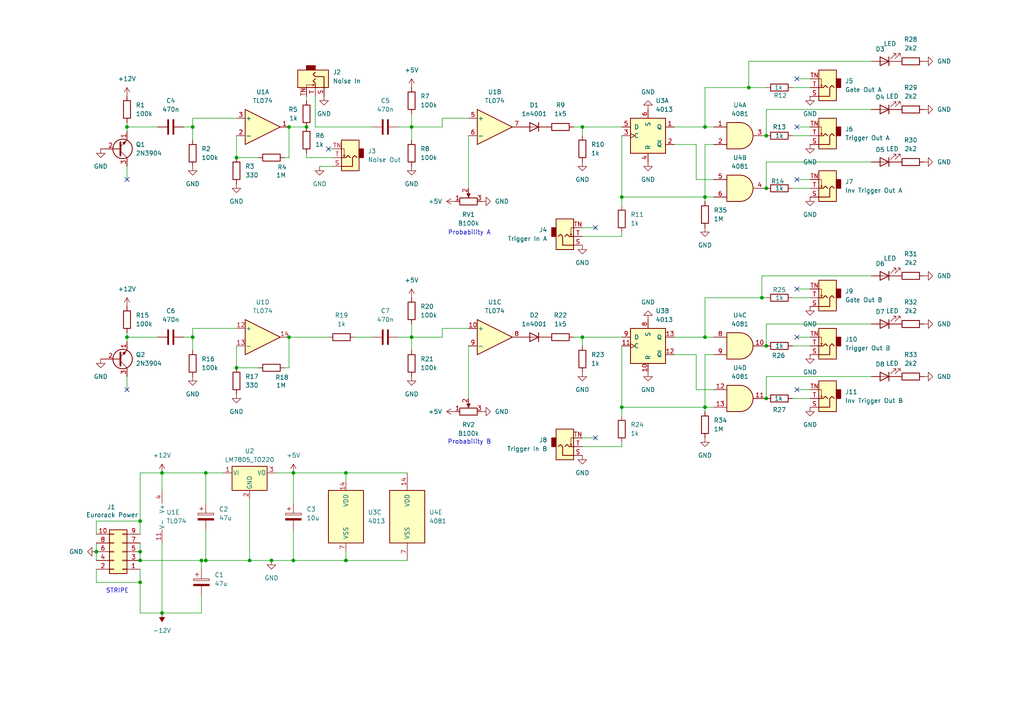
<source format=kicad_sch>
(kicad_sch (version 20231120) (generator "eeschema") (generator_version "8.0")
  (paper "A4")
  (junction (at 204.47 97.79))
  (junction (at 46.99 177.8))
  (junction (at 59.69 137.16))
  (junction (at 55.88 36.83))
  (junction (at 55.88 97.79))
  (junction (at 88.9 36.83))
  (junction (at 100.33 137.16))
  (junction (at 58.42 162.56))
  (junction (at 222.25 115.57))
  (junction (at 36.83 97.79))
  (junction (at 168.91 97.79))
  (junction (at 40.64 168.91))
  (junction (at 78.74 162.56))
  (junction (at 85.09 137.16))
  (junction (at 204.47 36.83))
  (junction (at 180.34 118.11))
  (junction (at 68.58 106.68))
  (junction (at 168.91 36.83))
  (junction (at 59.69 162.56))
  (junction (at 217.17 25.4))
  (junction (at 180.34 57.15))
  (junction (at 40.64 160.02))
  (junction (at 119.38 97.79))
  (junction (at 72.39 162.56))
  (junction (at 83.82 36.83))
  (junction (at 85.09 162.56))
  (junction (at 100.33 162.56))
  (junction (at 83.82 97.79))
  (junction (at 204.47 57.15))
  (junction (at 119.38 36.83))
  (junction (at 220.98 86.36))
  (junction (at 222.25 54.61))
  (junction (at 27.94 160.02))
  (junction (at 222.25 100.33))
  (junction (at 68.58 45.72))
  (junction (at 40.64 162.56))
  (junction (at 204.47 118.11))
  (junction (at 36.83 36.83))
  (junction (at 40.64 151.13))
  (junction (at 46.99 137.16))
  (junction (at 222.25 39.37))
  (no_connect (at 172.72 66.04))
  (no_connect (at 231.14 113.03))
  (no_connect (at 231.14 97.79))
  (no_connect (at 36.83 52.07))
  (no_connect (at 36.83 113.03))
  (no_connect (at 231.14 83.82))
  (no_connect (at 231.14 36.83))
  (no_connect (at 231.14 22.86))
  (no_connect (at 95.25 43.18))
  (no_connect (at 231.14 52.07))
  (no_connect (at 172.72 127))
  (wire (pts (xy 135.89 95.25) (xy 128.27 95.25)))
  (wire (pts (xy 55.88 95.25) (xy 55.88 97.79)))
  (wire (pts (xy 204.47 25.4) (xy 204.47 36.83)))
  (wire (pts (xy 204.47 57.15) (xy 207.01 57.15)))
  (wire (pts (xy 252.73 80.01) (xy 220.98 80.01)))
  (wire (pts (xy 180.34 39.37) (xy 180.34 57.15)))
  (wire (pts (xy 168.91 97.79) (xy 180.34 97.79)))
  (wire (pts (xy 204.47 58.42) (xy 204.47 57.15)))
  (wire (pts (xy 88.9 36.83) (xy 83.82 36.83)))
  (wire (pts (xy 252.73 17.78) (xy 217.17 17.78)))
  (wire (pts (xy 222.25 109.22) (xy 222.25 115.57)))
  (wire (pts (xy 231.14 97.79) (xy 234.95 97.79)))
  (wire (pts (xy 252.73 31.75) (xy 222.25 31.75)))
  (wire (pts (xy 85.09 137.16) (xy 85.09 146.05)))
  (wire (pts (xy 204.47 36.83) (xy 207.01 36.83)))
  (wire (pts (xy 85.09 153.67) (xy 85.09 162.56)))
  (wire (pts (xy 83.82 97.79) (xy 95.25 97.79)))
  (wire (pts (xy 201.93 113.03) (xy 207.01 113.03)))
  (wire (pts (xy 229.87 39.37) (xy 234.95 39.37)))
  (wire (pts (xy 91.44 36.83) (xy 107.95 36.83)))
  (wire (pts (xy 36.83 96.52) (xy 36.83 97.79)))
  (wire (pts (xy 72.39 162.56) (xy 59.69 162.56)))
  (wire (pts (xy 100.33 160.02) (xy 100.33 162.56)))
  (wire (pts (xy 195.58 36.83) (xy 204.47 36.83)))
  (wire (pts (xy 88.9 45.72) (xy 96.52 45.72)))
  (wire (pts (xy 222.25 46.99) (xy 222.25 54.61)))
  (wire (pts (xy 195.58 41.91) (xy 201.93 41.91)))
  (wire (pts (xy 201.93 41.91) (xy 201.93 52.07)))
  (wire (pts (xy 88.9 44.45) (xy 88.9 45.72)))
  (wire (pts (xy 166.37 97.79) (xy 168.91 97.79)))
  (wire (pts (xy 231.14 22.86) (xy 234.95 22.86)))
  (wire (pts (xy 180.34 118.11) (xy 204.47 118.11)))
  (wire (pts (xy 172.72 66.04) (xy 168.91 66.04)))
  (wire (pts (xy 119.38 97.79) (xy 119.38 101.6)))
  (wire (pts (xy 168.91 36.83) (xy 168.91 39.37)))
  (wire (pts (xy 68.58 34.29) (xy 55.88 34.29)))
  (wire (pts (xy 231.14 83.82) (xy 234.95 83.82)))
  (wire (pts (xy 83.82 45.72) (xy 82.55 45.72)))
  (wire (pts (xy 180.34 118.11) (xy 180.34 120.65)))
  (wire (pts (xy 201.93 102.87) (xy 201.93 113.03)))
  (wire (pts (xy 83.82 97.79) (xy 83.82 106.68)))
  (wire (pts (xy 58.42 177.8) (xy 58.42 172.72)))
  (wire (pts (xy 68.58 100.33) (xy 68.58 106.68)))
  (wire (pts (xy 172.72 127) (xy 168.91 127)))
  (wire (pts (xy 115.57 97.79) (xy 119.38 97.79)))
  (wire (pts (xy 222.25 86.36) (xy 220.98 86.36)))
  (wire (pts (xy 68.58 45.72) (xy 74.93 45.72)))
  (wire (pts (xy 180.34 129.54) (xy 180.34 128.27)))
  (wire (pts (xy 85.09 162.56) (xy 78.74 162.56)))
  (wire (pts (xy 85.09 137.16) (xy 100.33 137.16)))
  (wire (pts (xy 55.88 97.79) (xy 55.88 101.6)))
  (wire (pts (xy 229.87 54.61) (xy 234.95 54.61)))
  (wire (pts (xy 68.58 106.68) (xy 74.93 106.68)))
  (wire (pts (xy 128.27 36.83) (xy 119.38 36.83)))
  (wire (pts (xy 229.87 86.36) (xy 234.95 86.36)))
  (wire (pts (xy 36.83 36.83) (xy 45.72 36.83)))
  (wire (pts (xy 166.37 36.83) (xy 168.91 36.83)))
  (wire (pts (xy 85.09 162.56) (xy 100.33 162.56)))
  (wire (pts (xy 201.93 52.07) (xy 207.01 52.07)))
  (wire (pts (xy 168.91 36.83) (xy 180.34 36.83)))
  (wire (pts (xy 59.69 153.67) (xy 59.69 162.56)))
  (wire (pts (xy 55.88 36.83) (xy 55.88 40.64)))
  (wire (pts (xy 27.94 168.91) (xy 40.64 168.91)))
  (wire (pts (xy 217.17 17.78) (xy 217.17 25.4)))
  (wire (pts (xy 27.94 165.1) (xy 27.94 168.91)))
  (wire (pts (xy 27.94 160.02) (xy 27.94 162.56)))
  (wire (pts (xy 46.99 137.16) (xy 59.69 137.16)))
  (wire (pts (xy 46.99 137.16) (xy 46.99 142.24)))
  (wire (pts (xy 252.73 109.22) (xy 222.25 109.22)))
  (wire (pts (xy 252.73 93.98) (xy 222.25 93.98)))
  (wire (pts (xy 204.47 118.11) (xy 207.01 118.11)))
  (wire (pts (xy 40.64 157.48) (xy 40.64 160.02)))
  (wire (pts (xy 83.82 36.83) (xy 83.82 45.72)))
  (wire (pts (xy 36.83 36.83) (xy 36.83 38.1)))
  (wire (pts (xy 58.42 162.56) (xy 59.69 162.56)))
  (wire (pts (xy 80.01 137.16) (xy 85.09 137.16)))
  (wire (pts (xy 195.58 102.87) (xy 201.93 102.87)))
  (wire (pts (xy 220.98 80.01) (xy 220.98 86.36)))
  (wire (pts (xy 102.87 97.79) (xy 107.95 97.79)))
  (wire (pts (xy 118.11 162.56) (xy 100.33 162.56)))
  (wire (pts (xy 252.73 46.99) (xy 222.25 46.99)))
  (wire (pts (xy 204.47 119.38) (xy 204.47 118.11)))
  (wire (pts (xy 204.47 102.87) (xy 204.47 118.11)))
  (wire (pts (xy 231.14 36.83) (xy 234.95 36.83)))
  (wire (pts (xy 59.69 137.16) (xy 64.77 137.16)))
  (wire (pts (xy 135.89 100.33) (xy 135.89 115.57)))
  (wire (pts (xy 180.34 100.33) (xy 180.34 118.11)))
  (wire (pts (xy 95.25 43.18) (xy 96.52 43.18)))
  (wire (pts (xy 119.38 33.02) (xy 119.38 36.83)))
  (wire (pts (xy 119.38 93.98) (xy 119.38 97.79)))
  (wire (pts (xy 229.87 25.4) (xy 234.95 25.4)))
  (wire (pts (xy 40.64 154.94) (xy 40.64 151.13)))
  (wire (pts (xy 135.89 39.37) (xy 135.89 54.61)))
  (wire (pts (xy 220.98 86.36) (xy 204.47 86.36)))
  (wire (pts (xy 40.64 168.91) (xy 40.64 177.8)))
  (wire (pts (xy 55.88 34.29) (xy 55.88 36.83)))
  (wire (pts (xy 128.27 34.29) (xy 128.27 36.83)))
  (wire (pts (xy 36.83 35.56) (xy 36.83 36.83)))
  (wire (pts (xy 40.64 168.91) (xy 40.64 165.1)))
  (wire (pts (xy 40.64 162.56) (xy 58.42 162.56)))
  (wire (pts (xy 46.99 177.8) (xy 58.42 177.8)))
  (wire (pts (xy 40.64 151.13) (xy 27.94 151.13)))
  (wire (pts (xy 195.58 97.79) (xy 204.47 97.79)))
  (wire (pts (xy 27.94 151.13) (xy 27.94 154.94)))
  (wire (pts (xy 36.83 97.79) (xy 45.72 97.79)))
  (wire (pts (xy 68.58 95.25) (xy 55.88 95.25)))
  (wire (pts (xy 59.69 137.16) (xy 59.69 146.05)))
  (wire (pts (xy 204.47 86.36) (xy 204.47 97.79)))
  (wire (pts (xy 204.47 41.91) (xy 204.47 57.15)))
  (wire (pts (xy 91.44 27.94) (xy 91.44 36.83)))
  (wire (pts (xy 100.33 137.16) (xy 118.11 137.16)))
  (wire (pts (xy 222.25 93.98) (xy 222.25 100.33)))
  (wire (pts (xy 40.64 160.02) (xy 40.64 162.56)))
  (wire (pts (xy 222.25 31.75) (xy 222.25 39.37)))
  (wire (pts (xy 207.01 41.91) (xy 204.47 41.91)))
  (wire (pts (xy 168.91 97.79) (xy 168.91 100.33)))
  (wire (pts (xy 168.91 129.54) (xy 180.34 129.54)))
  (wire (pts (xy 36.83 97.79) (xy 36.83 99.06)))
  (wire (pts (xy 36.83 113.03) (xy 36.83 109.22)))
  (wire (pts (xy 72.39 144.78) (xy 72.39 162.56)))
  (wire (pts (xy 100.33 137.16) (xy 100.33 139.7)))
  (wire (pts (xy 36.83 52.07) (xy 36.83 48.26)))
  (wire (pts (xy 27.94 157.48) (xy 27.94 160.02)))
  (wire (pts (xy 40.64 137.16) (xy 40.64 151.13)))
  (wire (pts (xy 217.17 25.4) (xy 204.47 25.4)))
  (wire (pts (xy 58.42 162.56) (xy 58.42 165.1)))
  (wire (pts (xy 115.57 36.83) (xy 119.38 36.83)))
  (wire (pts (xy 96.52 48.26) (xy 92.71 48.26)))
  (wire (pts (xy 128.27 97.79) (xy 119.38 97.79)))
  (wire (pts (xy 229.87 100.33) (xy 234.95 100.33)))
  (wire (pts (xy 40.64 177.8) (xy 46.99 177.8)))
  (wire (pts (xy 168.91 68.58) (xy 180.34 68.58)))
  (wire (pts (xy 53.34 97.79) (xy 55.88 97.79)))
  (wire (pts (xy 180.34 57.15) (xy 204.47 57.15)))
  (wire (pts (xy 68.58 39.37) (xy 68.58 45.72)))
  (wire (pts (xy 222.25 25.4) (xy 217.17 25.4)))
  (wire (pts (xy 128.27 95.25) (xy 128.27 97.79)))
  (wire (pts (xy 83.82 106.68) (xy 82.55 106.68)))
  (wire (pts (xy 119.38 36.83) (xy 119.38 40.64)))
  (wire (pts (xy 204.47 97.79) (xy 207.01 97.79)))
  (wire (pts (xy 53.34 36.83) (xy 55.88 36.83)))
  (wire (pts (xy 207.01 102.87) (xy 204.47 102.87)))
  (wire (pts (xy 78.74 162.56) (xy 72.39 162.56)))
  (wire (pts (xy 231.14 52.07) (xy 234.95 52.07)))
  (wire (pts (xy 229.87 115.57) (xy 234.95 115.57)))
  (wire (pts (xy 180.34 57.15) (xy 180.34 59.69)))
  (wire (pts (xy 180.34 68.58) (xy 180.34 67.31)))
  (wire (pts (xy 46.99 157.48) (xy 46.99 177.8)))
  (wire (pts (xy 88.9 27.94) (xy 88.9 29.21)))
  (wire (pts (xy 231.14 113.03) (xy 234.95 113.03)))
  (wire (pts (xy 40.64 137.16) (xy 46.99 137.16)))
  (wire (pts (xy 135.89 34.29) (xy 128.27 34.29)))
  (text "Probability B" (at 136.144 128.27 0) (effects (font (size 1.27 1.27))))
  (text "STRIPE" (at 34.036 171.45 0) (effects (font (size 1.27 1.27))))
  (text "Probability A" (at 136.144 67.564 0) (effects (font (size 1.27 1.27))))
  (symbol (lib_id "power:GND") (at 267.97 93.98 90) (unit 1)
    (property "Reference" "#PWR05" (effects (hide yes)))
    (property "Value" "GND" (at 271.78 93.9799 90) (effects (justify right)))
    (property "Description" "Power symbol creates a global label with name \"GND\" , ground" (effects (hide yes)))
  )
  (symbol (lib_id "4xxx:4013") (at 187.96 100.33 0) (unit 2)
    (property "Reference" "U3" (at 190.1541 90.17 0) (effects (justify left)))
    (property "Value" "4013" (at 190.1541 92.71 0) (effects (justify left)))
    (property "Footprint" "Package_DIP:DIP-14_W7.62mm_Socket" (effects (hide yes)))
    (property "Datasheet" "http://www.onsemi.com/pub/Collateral/MC14013B-D.PDF" (effects (hide yes)))
    (property "Description" "Dual D  FlipFlop, Set & reset" (effects (hide yes)))
  )
  (symbol (lib_id "power:GND") (at 267.97 17.78 90) (unit 1)
    (property "Reference" "#PWR01" (effects (hide yes)))
    (property "Value" "GND" (at 271.78 17.7799 90) (effects (justify right)))
    (property "Description" "Power symbol creates a global label with name \"GND\" , ground" (effects (hide yes)))
  )
  (symbol (lib_id "Device:LED") (at 256.54 31.75 180) (unit 1)
    (property "Reference" "D4" (at 255.27 28.194 0))
    (property "Value" "LED" (at 258.826 27.94 0))
    (property "Footprint" "LED_THT:LED_D3.0mm" (effects (hide yes)))
    (property "Description" "Light emitting diode" (effects (hide yes)))
  )
  (symbol (lib_id "power:GND") (at 267.97 46.99 90) (unit 1)
    (property "Reference" "#PWR03" (effects (hide yes)))
    (property "Value" "GND" (at 271.78 46.9899 90) (effects (justify right)))
    (property "Description" "Power symbol creates a global label with name \"GND\" , ground" (effects (hide yes)))
  )
  (symbol (lib_id "Connector:AudioJack2_SwitchT") (at 240.03 54.61 180) (unit 1)
    (property "Reference" "J7" (at 245.11 52.7049 0) (effects (justify right)))
    (property "Value" "Inv Trigger Out A" (at 245.11 55.2449 0) (effects (justify right)))
    (property "Footprint" "Extras:Jack_3.5mm_QingPu_WQP-PJ301BM_Vertical" (effects (hide yes)))
    (property "Description" "Audio Jack, 2 Poles (Mono / TS), Switched T Pole (Normalling)" (effects (hide yes)))
  )
  (symbol (lib_id "power:GND") (at 93.98 27.94 0) (mirror y) (unit 1)
    (property "Reference" "#PWR0131" (effects (hide yes)))
    (property "Value" "GND" (at 93.98 33.02 0))
    (property "Description" "Power symbol creates a global label with name \"GND\" , ground" (effects (hide yes)))
  )
  (symbol (lib_id "Device:R") (at 162.56 36.83 90) (unit 1)
    (property "Reference" "R9" (at 162.56 30.48 90))
    (property "Value" "1k5" (at 162.56 33.02 90))
    (property "Footprint" "Resistor_THT:R_Axial_DIN0207_L6.3mm_D2.5mm_P7.62mm_Horizontal" (effects (hide yes)))
    (property "Description" "Resistor" (effects (hide yes)))
  )
  (symbol (lib_id "Device:D") (at 154.94 97.79 180) (unit 1)
    (property "Reference" "D2" (at 154.94 91.44 0))
    (property "Value" "1n4001" (at 154.94 93.98 0))
    (property "Footprint" "Diode_THT:D_A-405_P7.62mm_Horizontal" (effects (hide yes)))
    (property "Description" "Diode" (effects (hide yes)))
  )
  (symbol (lib_id "Connector:AudioJack2_SwitchT") (at 91.44 22.86 270) (unit 1)
    (property "Reference" "J2" (at 96.52 20.9549 90) (effects (justify left)))
    (property "Value" "Noise In" (at 96.52 23.4949 90) (effects (justify left)))
    (property "Footprint" "Extras:Jack_3.5mm_QingPu_WQP-PJ301BM_Vertical" (effects (hide yes)))
    (property "Description" "Audio Jack, 2 Poles (Mono / TS), Switched T Pole (Normalling)" (effects (hide yes)))
  )
  (symbol (lib_id "Device:R") (at 226.06 25.4 90) (unit 1)
    (property "Reference" "R12" (at 226.314 27.686 90))
    (property "Value" "1k" (at 225.806 25.4 90))
    (property "Footprint" "Resistor_THT:R_Axial_DIN0207_L6.3mm_D2.5mm_P7.62mm_Horizontal" (effects (hide yes)))
    (property "Description" "Resistor" (effects (hide yes)))
  )
  (symbol (lib_id "power:GND") (at 234.95 118.11 0) (unit 1)
    (property "Reference" "#PWR0114" (effects (hide yes)))
    (property "Value" "GND" (at 234.95 123.19 0))
    (property "Description" "Power symbol creates a global label with name \"GND\" , ground" (effects (hide yes)))
  )
  (symbol (lib_id "Device:LED") (at 256.54 46.99 180) (unit 1)
    (property "Reference" "D5" (at 255.27 43.434 0))
    (property "Value" "LED" (at 258.826 43.18 0))
    (property "Footprint" "LED_THT:LED_D3.0mm" (effects (hide yes)))
    (property "Description" "Light emitting diode" (effects (hide yes)))
  )
  (symbol (lib_id "Device:R") (at 36.83 31.75 0) (unit 1)
    (property "Reference" "R1" (at 39.37 30.4799 0) (effects (justify left)))
    (property "Value" "100k" (at 39.37 33.0199 0) (effects (justify left)))
    (property "Footprint" "Resistor_THT:R_Axial_DIN0207_L6.3mm_D2.5mm_P7.62mm_Horizontal" (effects (hide yes)))
    (property "Description" "Resistor" (effects (hide yes)))
  )
  (symbol (lib_id "power:GND") (at 234.95 57.15 0) (unit 1)
    (property "Reference" "#PWR0132" (effects (hide yes)))
    (property "Value" "GND" (at 234.95 62.23 0))
    (property "Description" "Power symbol creates a global label with name \"GND\" , ground" (effects (hide yes)))
  )
  (symbol (lib_id "Device:R") (at 78.74 45.72 90) (unit 1)
    (property "Reference" "R4" (at 81.788 48.514 90))
    (property "Value" "1M" (at 81.534 50.8 90))
    (property "Footprint" "Resistor_THT:R_Axial_DIN0207_L6.3mm_D2.5mm_P7.62mm_Horizontal" (effects (hide yes)))
    (property "Description" "Resistor" (effects (hide yes)))
  )
  (symbol (lib_id "Connector:AudioJack2_SwitchT") (at 240.03 86.36 180) (unit 1)
    (property "Reference" "J9" (at 245.11 84.4549 0) (effects (justify right)))
    (property "Value" "Gate Out B" (at 245.11 86.9949 0) (effects (justify right)))
    (property "Footprint" "Extras:Jack_3.5mm_QingPu_WQP-PJ301BM_Vertical" (effects (hide yes)))
    (property "Description" "Audio Jack, 2 Poles (Mono / TS), Switched T Pole (Normalling)" (effects (hide yes)))
  )
  (symbol (lib_id "power:+12V") (at 36.83 27.94 0) (unit 1)
    (property "Reference" "#PWR0101" (effects (hide yes)))
    (property "Value" "+12V" (at 36.83 22.86 0))
    (property "Description" "Power symbol creates a global label with name \"+12V\"" (effects (hide yes)))
  )
  (symbol (lib_id "4xxx:4081") (at 214.63 54.61 0) (unit 2)
    (property "Reference" "U4" (at 214.6217 45.72 0))
    (property "Value" "4081" (at 214.6217 48.26 0))
    (property "Footprint" "Package_DIP:DIP-14_W7.62mm_Socket" (effects (hide yes)))
    (property "Datasheet" "http://www.intersil.com/content/dam/Intersil/documents/cd40/cd4073bms-81bms-82bms.pdf" (effects (hide yes)))
    (property "Description" "Quad And 2 inputs" (effects (hide yes)))
  )
  (symbol (lib_id "power:GND") (at 234.95 41.91 0) (unit 1)
    (property "Reference" "#PWR0135" (effects (hide yes)))
    (property "Value" "GND" (at 234.95 46.99 0))
    (property "Description" "Power symbol creates a global label with name \"GND\" , ground" (effects (hide yes)))
  )
  (symbol (lib_id "Amplifier_Operational:TL074") (at 49.53 149.86 0) (unit 5)
    (property "Reference" "U1" (at 48.26 148.5899 0) (effects (justify left)))
    (property "Value" "TL074" (at 48.26 151.1299 0) (effects (justify left)))
    (property "Footprint" "Package_DIP:DIP-14_W7.62mm_Socket" (effects (hide yes)))
    (property "Datasheet" "http://www.ti.com/lit/ds/symlink/tl071.pdf" (effects (hide yes)))
    (property "Description" "Quad Low-Noise JFET-Input Operational Amplifiers, DIP-14/SOIC-14" (effects (hide yes)))
  )
  (symbol (lib_id "power:-12V") (at 46.99 177.8 180) (unit 1)
    (property "Reference" "#PWR0106" (effects (hide yes)))
    (property "Value" "-12V" (at 46.99 182.88 0))
    (property "Description" "Power symbol creates a global label with name \"-12V\"" (effects (hide yes)))
  )
  (symbol (lib_id "Connector:AudioJack2_SwitchT") (at 240.03 100.33 180) (unit 1)
    (property "Reference" "J10" (at 245.11 98.4249 0) (effects (justify right)))
    (property "Value" "Trigger Out B" (at 245.11 100.9649 0) (effects (justify right)))
    (property "Footprint" "Extras:Jack_3.5mm_QingPu_WQP-PJ301BM_Vertical" (effects (hide yes)))
    (property "Description" "Audio Jack, 2 Poles (Mono / TS), Switched T Pole (Normalling)" (effects (hide yes)))
  )
  (symbol (lib_id "Amplifier_Operational:TL074") (at 143.51 97.79 0) (unit 3)
    (property "Reference" "U1" (at 143.51 87.63 0))
    (property "Value" "TL074" (at 143.51 90.17 0))
    (property "Footprint" "Package_DIP:DIP-14_W7.62mm_Socket" (effects (hide yes)))
    (property "Datasheet" "http://www.ti.com/lit/ds/symlink/tl071.pdf" (effects (hide yes)))
    (property "Description" "Quad Low-Noise JFET-Input Operational Amplifiers, DIP-14/SOIC-14" (effects (hide yes)))
  )
  (symbol (lib_id "Device:LED") (at 256.54 109.22 180) (unit 1)
    (property "Reference" "D8" (at 255.27 105.664 0))
    (property "Value" "LED" (at 258.826 105.41 0))
    (property "Footprint" "LED_THT:LED_D3.0mm" (effects (hide yes)))
    (property "Description" "Light emitting diode" (effects (hide yes)))
  )
  (symbol (lib_id "Connector_Generic:Conn_02x05_Odd_Even") (at 35.56 160.02 180) (unit 1)
    (property "Reference" "J1" (at 32.258 147.066 0))
    (property "Value" "Eurorack Power" (at 32.512 149.352 0))
    (property "Footprint" "Connector_IDC:IDC-Header_2x05_P2.54mm_Vertical" (effects (hide yes)))
    (property "Description" "Generic connector, double row, 02x05, odd/even pin numbering scheme (row 1 odd numbers, row 2 even numbers), script generated (kicad-library-utils/schlib/autogen/connector/)" (effects (hide yes)))
  )
  (symbol (lib_id "power:GND") (at 139.7 119.38 90) (unit 1)
    (property "Reference" "#PWR0123" (effects (hide yes)))
    (property "Value" "GND" (at 143.51 119.3799 90) (effects (justify right)))
    (property "Description" "Power symbol creates a global label with name \"GND\" , ground" (effects (hide yes)))
  )
  (symbol (lib_id "Transistor_BJT:2N3904") (at 34.29 104.14 0) (mirror x) (unit 1)
    (property "Reference" "Q2" (at 39.37 102.8699 0) (effects (justify left)))
    (property "Value" "2N3904" (at 39.37 105.4099 0) (effects (justify left)))
    (property "Footprint" "Package_TO_SOT_THT:TO-92_Inline" (effects (hide yes)))
    (property "Datasheet" "https://www.onsemi.com/pub/Collateral/2N3903-D.PDF" (effects (hide yes)))
    (property "Description" "0.2A Ic, 40V Vce, Small Signal NPN Transistor, TO-92" (effects (hide yes)))
  )
  (symbol (lib_id "Device:R") (at 226.06 115.57 90) (unit 1)
    (property "Reference" "R27" (at 226.06 118.872 90))
    (property "Value" "1k" (at 225.806 115.57 90))
    (property "Footprint" "Resistor_THT:R_Axial_DIN0207_L6.3mm_D2.5mm_P7.62mm_Horizontal" (effects (hide yes)))
    (property "Description" "Resistor" (effects (hide yes)))
  )
  (symbol (lib_id "power:GND") (at 168.91 132.08 0) (unit 1)
    (property "Reference" "#PWR0125" (effects (hide yes)))
    (property "Value" "GND" (at 168.91 137.16 0))
    (property "Description" "Power symbol creates a global label with name \"GND\" , ground" (effects (hide yes)))
  )
  (symbol (lib_id "power:GND") (at 234.95 102.87 0) (unit 1)
    (property "Reference" "#PWR0115" (effects (hide yes)))
    (property "Value" "GND" (at 234.95 107.95 0))
    (property "Description" "Power symbol creates a global label with name \"GND\" , ground" (effects (hide yes)))
  )
  (symbol (lib_id "Device:R") (at 204.47 123.19 0) (unit 1)
    (property "Reference" "R34" (at 207.01 121.9199 0) (effects (justify left)))
    (property "Value" "1M" (at 207.01 124.4599 0) (effects (justify left)))
    (property "Footprint" "Resistor_THT:R_Axial_DIN0207_L6.3mm_D2.5mm_P7.62mm_Horizontal" (effects (hide yes)))
    (property "Description" "Resistor" (effects (hide yes)))
  )
  (symbol (lib_id "power:GND") (at 234.95 27.94 0) (unit 1)
    (property "Reference" "#PWR0136" (effects (hide yes)))
    (property "Value" "GND" (at 234.95 33.02 0))
    (property "Description" "Power symbol creates a global label with name \"GND\" , ground" (effects (hide yes)))
  )
  (symbol (lib_id "Device:R") (at 168.91 43.18 180) (unit 1)
    (property "Reference" "R10" (at 171.45 41.9099 0) (effects (justify right)))
    (property "Value" "1k" (at 171.45 44.4499 0) (effects (justify right)))
    (property "Footprint" "Resistor_THT:R_Axial_DIN0207_L6.3mm_D2.5mm_P7.62mm_Horizontal" (effects (hide yes)))
    (property "Description" "Resistor" (effects (hide yes)))
  )
  (symbol (lib_id "power:GND") (at 29.21 43.18 0) (unit 1)
    (property "Reference" "#PWR0105" (effects (hide yes)))
    (property "Value" "GND" (at 29.21 48.26 0))
    (property "Description" "Power symbol creates a global label with name \"GND\" , ground" (effects (hide yes)))
  )
  (symbol (lib_id "Device:R") (at 119.38 29.21 0) (unit 1)
    (property "Reference" "R7" (at 121.92 27.9399 0) (effects (justify left)))
    (property "Value" "100k" (at 121.92 30.4799 0) (effects (justify left)))
    (property "Footprint" "Resistor_THT:R_Axial_DIN0207_L6.3mm_D2.5mm_P7.62mm_Horizontal" (effects (hide yes)))
    (property "Description" "Resistor" (effects (hide yes)))
  )
  (symbol (lib_id "power:GND") (at 267.97 80.01 90) (unit 1)
    (property "Reference" "#PWR04" (effects (hide yes)))
    (property "Value" "GND" (at 271.78 80.0099 90) (effects (justify right)))
    (property "Description" "Power symbol creates a global label with name \"GND\" , ground" (effects (hide yes)))
  )
  (symbol (lib_id "power:GND") (at 187.96 31.75 180) (unit 1)
    (property "Reference" "#PWR0134" (effects (hide yes)))
    (property "Value" "GND" (at 187.96 26.67 0))
    (property "Description" "Power symbol creates a global label with name \"GND\" , ground" (effects (hide yes)))
  )
  (symbol (lib_id "Amplifier_Operational:TL074") (at 76.2 36.83 0) (unit 1)
    (property "Reference" "U1" (at 76.2 26.67 0))
    (property "Value" "TL074" (at 76.2 29.21 0))
    (property "Footprint" "Package_DIP:DIP-14_W7.62mm_Socket" (effects (hide yes)))
    (property "Datasheet" "http://www.ti.com/lit/ds/symlink/tl071.pdf" (effects (hide yes)))
    (property "Description" "Quad Low-Noise JFET-Input Operational Amplifiers, DIP-14/SOIC-14" (effects (hide yes)))
  )
  (symbol (lib_id "Connector:AudioJack2_SwitchT") (at 240.03 25.4 180) (unit 1)
    (property "Reference" "J5" (at 245.11 23.4949 0) (effects (justify right)))
    (property "Value" "Gate Out A" (at 245.11 26.0349 0) (effects (justify right)))
    (property "Footprint" "Extras:Jack_3.5mm_QingPu_WQP-PJ301BM_Vertical" (effects (hide yes)))
    (property "Description" "Audio Jack, 2 Poles (Mono / TS), Switched T Pole (Normalling)" (effects (hide yes)))
  )
  (symbol (lib_id "Device:R") (at 99.06 97.79 90) (unit 1)
    (property "Reference" "R19" (at 99.06 91.44 90))
    (property "Value" "1k" (at 99.06 93.98 90))
    (property "Footprint" "Resistor_THT:R_Axial_DIN0207_L6.3mm_D2.5mm_P7.62mm_Horizontal" (effects (hide yes)))
    (property "Description" "Resistor" (effects (hide yes)))
  )
  (symbol (lib_id "Device:R") (at 226.06 54.61 90) (unit 1)
    (property "Reference" "R14" (at 225.552 52.578 90))
    (property "Value" "1k" (at 226.06 54.61 90))
    (property "Footprint" "Resistor_THT:R_Axial_DIN0207_L6.3mm_D2.5mm_P7.62mm_Horizontal" (effects (hide yes)))
    (property "Description" "Resistor" (effects (hide yes)))
  )
  (symbol (lib_id "Connector:AudioJack2_SwitchT") (at 163.83 68.58 0) (mirror x) (unit 1)
    (property "Reference" "J4" (at 158.75 66.6749 0) (effects (justify right)))
    (property "Value" "Trigger In A" (at 158.75 69.2149 0) (effects (justify right)))
    (property "Footprint" "Extras:Jack_3.5mm_QingPu_WQP-PJ301BM_Vertical" (effects (hide yes)))
    (property "Description" "Audio Jack, 2 Poles (Mono / TS), Switched T Pole (Normalling)" (effects (hide yes)))
  )
  (symbol (lib_id "Device:R") (at 168.91 104.14 180) (unit 1)
    (property "Reference" "R23" (at 171.45 102.8699 0) (effects (justify right)))
    (property "Value" "1k" (at 171.45 105.4099 0) (effects (justify right)))
    (property "Footprint" "Resistor_THT:R_Axial_DIN0207_L6.3mm_D2.5mm_P7.62mm_Horizontal" (effects (hide yes)))
    (property "Description" "Resistor" (effects (hide yes)))
  )
  (symbol (lib_id "power:GND") (at 68.58 114.3 0) (unit 1)
    (property "Reference" "#PWR0109" (effects (hide yes)))
    (property "Value" "GND" (at 68.58 119.38 0))
    (property "Description" "Power symbol creates a global label with name \"GND\" , ground" (effects (hide yes)))
  )
  (symbol (lib_id "power:+5V") (at 85.09 137.16 0) (unit 1)
    (property "Reference" "#PWR0108" (effects (hide yes)))
    (property "Value" "+5V" (at 85.09 132.08 0))
    (property "Description" "Power symbol creates a global label with name \"+5V\"" (effects (hide yes)))
  )
  (symbol (lib_id "Device:C_Polarized") (at 85.09 149.86 0) (unit 1)
    (property "Reference" "C3" (at 88.9 147.7009 0) (effects (justify left)))
    (property "Value" "10u" (at 88.9 150.2409 0) (effects (justify left)))
    (property "Footprint" "Capacitor_THT:CP_Radial_D5.0mm_P2.50mm" (effects (hide yes)))
    (property "Description" "Polarized capacitor" (effects (hide yes)))
  )
  (symbol (lib_id "power:GND") (at 27.94 160.02 270) (unit 1)
    (property "Reference" "#PWR07" (effects (hide yes)))
    (property "Value" "GND" (at 24.13 160.0199 90) (effects (justify right)))
    (property "Description" "Power symbol creates a global label with name \"GND\" , ground" (effects (hide yes)))
  )
  (symbol (lib_id "Device:R") (at 68.58 49.53 0) (unit 1)
    (property "Reference" "R3" (at 71.12 48.2599 0) (effects (justify left)))
    (property "Value" "330" (at 71.12 50.7999 0) (effects (justify left)))
    (property "Footprint" "Resistor_THT:R_Axial_DIN0207_L6.3mm_D2.5mm_P7.62mm_Horizontal" (effects (hide yes)))
    (property "Description" "Resistor" (effects (hide yes)))
  )
  (symbol (lib_id "Device:R") (at 264.16 93.98 90) (unit 1)
    (property "Reference" "R32" (at 264.16 87.63 90))
    (property "Value" "2k2" (at 264.16 90.17 90))
    (property "Footprint" "Resistor_THT:R_Axial_DIN0207_L6.3mm_D2.5mm_P7.62mm_Horizontal" (effects (hide yes)))
    (property "Description" "Resistor" (effects (hide yes)))
  )
  (symbol (lib_id "Amplifier_Operational:TL074") (at 76.2 97.79 0) (unit 4)
    (property "Reference" "U1" (at 76.2 87.63 0))
    (property "Value" "TL074" (at 76.2 90.17 0))
    (property "Footprint" "Package_DIP:DIP-14_W7.62mm_Socket" (effects (hide yes)))
    (property "Datasheet" "http://www.ti.com/lit/ds/symlink/tl071.pdf" (effects (hide yes)))
    (property "Description" "Quad Low-Noise JFET-Input Operational Amplifiers, DIP-14/SOIC-14" (effects (hide yes)))
  )
  (symbol (lib_id "4xxx:4013") (at 187.96 39.37 0) (unit 1)
    (property "Reference" "U3" (at 190.1541 29.21 0) (effects (justify left)))
    (property "Value" "4013" (at 190.1541 31.75 0) (effects (justify left)))
    (property "Footprint" "Package_DIP:DIP-14_W7.62mm_Socket" (effects (hide yes)))
    (property "Datasheet" "http://www.onsemi.com/pub/Collateral/MC14013B-D.PDF" (effects (hide yes)))
    (property "Description" "Dual D  FlipFlop, Set & reset" (effects (hide yes)))
  )
  (symbol (lib_id "Device:LED") (at 256.54 17.78 180) (unit 1)
    (property "Reference" "D3" (at 255.27 14.224 0))
    (property "Value" "LED" (at 258.1275 12.7 0))
    (property "Footprint" "LED_THT:LED_D3.0mm" (effects (hide yes)))
    (property "Description" "Light emitting diode" (effects (hide yes)))
  )
  (symbol (lib_id "power:GND") (at 139.7 58.42 90) (unit 1)
    (property "Reference" "#PWR0122" (effects (hide yes)))
    (property "Value" "GND" (at 143.51 58.4199 90) (effects (justify right)))
    (property "Description" "Power symbol creates a global label with name \"GND\" , ground" (effects (hide yes)))
  )
  (symbol (lib_id "Device:R") (at 180.34 63.5 0) (unit 1)
    (property "Reference" "R11" (at 182.88 62.2299 0) (effects (justify left)))
    (property "Value" "1k" (at 182.88 64.7699 0) (effects (justify left)))
    (property "Footprint" "Resistor_THT:R_Axial_DIN0207_L6.3mm_D2.5mm_P7.62mm_Horizontal" (effects (hide yes)))
    (property "Description" "Resistor" (effects (hide yes)))
  )
  (symbol (lib_id "power:GND") (at 119.38 48.26 0) (unit 1)
    (property "Reference" "#PWR0128" (effects (hide yes)))
    (property "Value" "GND" (at 119.38 53.34 0))
    (property "Description" "Power symbol creates a global label with name \"GND\" , ground" (effects (hide yes)))
  )
  (symbol (lib_id "Device:R_Potentiometer") (at 135.89 58.42 90) (unit 1)
    (property "Reference" "RV1" (at 135.89 62.23 90))
    (property "Value" "B100k" (at 135.89 64.77 90))
    (property "Footprint" "Potentiometer_THT:Potentiometer_Alpha_RD901F-40-00D_Single_Vertical" (effects (hide yes)))
    (property "Description" "Potentiometer" (effects (hide yes)))
  )
  (symbol (lib_id "Device:R") (at 162.56 97.79 90) (unit 1)
    (property "Reference" "R22" (at 162.56 91.44 90))
    (property "Value" "1k5" (at 162.56 93.98 90))
    (property "Footprint" "Resistor_THT:R_Axial_DIN0207_L6.3mm_D2.5mm_P7.62mm_Horizontal" (effects (hide yes)))
    (property "Description" "Resistor" (effects (hide yes)))
  )
  (symbol (lib_id "Device:C") (at 49.53 97.79 90) (unit 1)
    (property "Reference" "C6" (at 49.53 90.17 90))
    (property "Value" "470n" (at 49.53 92.71 90))
    (property "Footprint" "Capacitor_THT:C_Rect_L7.0mm_W3.5mm_P5.00mm" (effects (hide yes)))
    (property "Description" "Unpolarized capacitor" (effects (hide yes)))
  )
  (symbol (lib_id "power:GND") (at 187.96 92.71 180) (unit 1)
    (property "Reference" "#PWR0118" (effects (hide yes)))
    (property "Value" "GND" (at 187.96 87.63 0))
    (property "Description" "Power symbol creates a global label with name \"GND\" , ground" (effects (hide yes)))
  )
  (symbol (lib_id "Device:C") (at 111.76 36.83 90) (unit 1)
    (property "Reference" "C5" (at 111.76 29.21 90))
    (property "Value" "470n" (at 111.76 31.75 90))
    (property "Footprint" "Capacitor_THT:C_Rect_L7.0mm_W3.5mm_P5.00mm" (effects (hide yes)))
    (property "Description" "Unpolarized capacitor" (effects (hide yes)))
  )
  (symbol (lib_id "Device:C") (at 49.53 36.83 90) (unit 1)
    (property "Reference" "C4" (at 49.53 29.21 90))
    (property "Value" "470n" (at 49.53 31.75 90))
    (property "Footprint" "Capacitor_THT:C_Rect_L7.0mm_W3.5mm_P5.00mm" (effects (hide yes)))
    (property "Description" "Unpolarized capacitor" (effects (hide yes)))
  )
  (symbol (lib_id "Device:R") (at 88.9 33.02 0) (mirror x) (unit 1)
    (property "Reference" "R5" (at 86.36 31.7499 0) (effects (justify right)))
    (property "Value" "1k" (at 86.36 34.2899 0) (effects (justify right)))
    (property "Footprint" "Resistor_THT:R_Axial_DIN0207_L6.3mm_D2.5mm_P7.62mm_Horizontal" (effects (hide yes)))
    (property "Description" "Resistor" (effects (hide yes)))
  )
  (symbol (lib_id "Transistor_BJT:2N3904") (at 34.29 43.18 0) (mirror x) (unit 1)
    (property "Reference" "Q1" (at 39.37 41.9099 0) (effects (justify left)))
    (property "Value" "2N3904" (at 39.37 44.4499 0) (effects (justify left)))
    (property "Footprint" "Package_TO_SOT_THT:TO-92_Inline" (effects (hide yes)))
    (property "Datasheet" "https://www.onsemi.com/pub/Collateral/2N3903-D.PDF" (effects (hide yes)))
    (property "Description" "0.2A Ic, 40V Vce, Small Signal NPN Transistor, TO-92" (effects (hide yes)))
  )
  (symbol (lib_id "power:GND") (at 267.97 109.22 90) (unit 1)
    (property "Reference" "#PWR06" (effects (hide yes)))
    (property "Value" "GND" (at 271.78 109.2199 90) (effects (justify right)))
    (property "Description" "Power symbol creates a global label with name \"GND\" , ground" (effects (hide yes)))
  )
  (symbol (lib_id "Device:D") (at 154.94 36.83 180) (unit 1)
    (property "Reference" "D1" (at 154.94 30.48 0))
    (property "Value" "1n4001" (at 154.94 33.02 0))
    (property "Footprint" "Diode_THT:D_A-405_P7.62mm_Horizontal" (effects (hide yes)))
    (property "Description" "Diode" (effects (hide yes)))
  )
  (symbol (lib_id "Device:R") (at 119.38 90.17 0) (unit 1)
    (property "Reference" "R20" (at 121.92 88.8999 0) (effects (justify left)))
    (property "Value" "100k" (at 121.92 91.4399 0) (effects (justify left)))
    (property "Footprint" "Resistor_THT:R_Axial_DIN0207_L6.3mm_D2.5mm_P7.62mm_Horizontal" (effects (hide yes)))
    (property "Description" "Resistor" (effects (hide yes)))
  )
  (symbol (lib_id "4xxx:4081") (at 214.63 100.33 0) (unit 3)
    (property "Reference" "U4" (at 214.6217 91.44 0))
    (property "Value" "4081" (at 214.6217 93.98 0))
    (property "Footprint" "Package_DIP:DIP-14_W7.62mm_Socket" (effects (hide yes)))
    (property "Datasheet" "http://www.intersil.com/content/dam/Intersil/documents/cd40/cd4073bms-81bms-82bms.pdf" (effects (hide yes)))
    (property "Description" "Quad And 2 inputs" (effects (hide yes)))
  )
  (symbol (lib_id "power:GND") (at 168.91 107.95 0) (unit 1)
    (property "Reference" "#PWR0126" (effects (hide yes)))
    (property "Value" "GND" (at 168.91 113.03 0))
    (property "Description" "Power symbol creates a global label with name \"GND\" , ground" (effects (hide yes)))
  )
  (symbol (lib_id "4xxx:4081") (at 214.63 115.57 0) (unit 4)
    (property "Reference" "U4" (at 214.6217 106.68 0))
    (property "Value" "4081" (at 214.6217 109.22 0))
    (property "Footprint" "Package_DIP:DIP-14_W7.62mm_Socket" (effects (hide yes)))
    (property "Datasheet" "http://www.intersil.com/content/dam/Intersil/documents/cd40/cd4073bms-81bms-82bms.pdf" (effects (hide yes)))
    (property "Description" "Quad And 2 inputs" (effects (hide yes)))
  )
  (symbol (lib_id "power:GND") (at 234.95 88.9 0) (unit 1)
    (property "Reference" "#PWR0117" (effects (hide yes)))
    (property "Value" "GND" (at 234.95 93.98 0))
    (property "Description" "Power symbol creates a global label with name \"GND\" , ground" (effects (hide yes)))
  )
  (symbol (lib_id "Device:C_Polarized") (at 59.69 149.86 0) (unit 1)
    (property "Reference" "C2" (at 63.5 147.7009 0) (effects (justify left)))
    (property "Value" "47u" (at 63.5 150.2409 0) (effects (justify left)))
    (property "Footprint" "Capacitor_THT:CP_Radial_D6.3mm_P2.50mm" (effects (hide yes)))
    (property "Description" "Polarized capacitor" (effects (hide yes)))
  )
  (symbol (lib_id "Connector:AudioJack2_SwitchT") (at 240.03 115.57 180) (unit 1)
    (property "Reference" "J11" (at 245.11 113.6649 0) (effects (justify right)))
    (property "Value" "Inv Trigger Out B" (at 245.11 116.2049 0) (effects (justify right)))
    (property "Footprint" "Extras:Jack_3.5mm_QingPu_WQP-PJ301BM_Vertical" (effects (hide yes)))
    (property "Description" "Audio Jack, 2 Poles (Mono / TS), Switched T Pole (Normalling)" (effects (hide yes)))
  )
  (symbol (lib_id "Device:R") (at 55.88 105.41 0) (unit 1)
    (property "Reference" "R16" (at 58.42 104.1399 0) (effects (justify left)))
    (property "Value" "100k" (at 58.42 106.6799 0) (effects (justify left)))
    (property "Footprint" "Resistor_THT:R_Axial_DIN0207_L6.3mm_D2.5mm_P7.62mm_Horizontal" (effects (hide yes)))
    (property "Description" "Resistor" (effects (hide yes)))
  )
  (symbol (lib_id "Device:R") (at 264.16 80.01 90) (unit 1)
    (property "Reference" "R31" (at 264.16 73.66 90))
    (property "Value" "2k2" (at 264.16 76.2 90))
    (property "Footprint" "Resistor_THT:R_Axial_DIN0207_L6.3mm_D2.5mm_P7.62mm_Horizontal" (effects (hide yes)))
    (property "Description" "Resistor" (effects (hide yes)))
  )
  (symbol (lib_id "power:GND") (at 78.74 162.56 0) (unit 1)
    (property "Reference" "#PWR0107" (effects (hide yes)))
    (property "Value" "GND" (at 78.74 167.64 0))
    (property "Description" "Power symbol creates a global label with name \"GND\" , ground" (effects (hide yes)))
  )
  (symbol (lib_id "Device:R") (at 68.58 110.49 0) (unit 1)
    (property "Reference" "R17" (at 71.12 109.2199 0) (effects (justify left)))
    (property "Value" "330" (at 71.12 111.7599 0) (effects (justify left)))
    (property "Footprint" "Resistor_THT:R_Axial_DIN0207_L6.3mm_D2.5mm_P7.62mm_Horizontal" (effects (hide yes)))
    (property "Description" "Resistor" (effects (hide yes)))
  )
  (symbol (lib_id "Device:LED") (at 256.54 93.98 180) (unit 1)
    (property "Reference" "D7" (at 255.27 90.424 0))
    (property "Value" "LED" (at 258.826 90.17 0))
    (property "Footprint" "LED_THT:LED_D3.0mm" (effects (hide yes)))
    (property "Description" "Light emitting diode" (effects (hide yes)))
  )
  (symbol (lib_id "power:GND") (at 168.91 46.99 0) (unit 1)
    (property "Reference" "#PWR0120" (effects (hide yes)))
    (property "Value" "GND" (at 168.91 52.07 0))
    (property "Description" "Power symbol creates a global label with name \"GND\" , ground" (effects (hide yes)))
  )
  (symbol (lib_id "4xxx:4081") (at 214.63 39.37 0) (unit 1)
    (property "Reference" "U4" (at 214.6217 30.48 0))
    (property "Value" "4081" (at 214.6217 33.02 0))
    (property "Footprint" "Package_DIP:DIP-14_W7.62mm_Socket" (effects (hide yes)))
    (property "Datasheet" "http://www.intersil.com/content/dam/Intersil/documents/cd40/cd4073bms-81bms-82bms.pdf" (effects (hide yes)))
    (property "Description" "Quad And 2 inputs" (effects (hide yes)))
  )
  (symbol (lib_id "Device:R") (at 78.74 106.68 90) (unit 1)
    (property "Reference" "R18" (at 81.788 109.474 90))
    (property "Value" "1M" (at 81.534 111.76 90))
    (property "Footprint" "Resistor_THT:R_Axial_DIN0207_L6.3mm_D2.5mm_P7.62mm_Horizontal" (effects (hide yes)))
    (property "Description" "Resistor" (effects (hide yes)))
  )
  (symbol (lib_id "Device:R") (at 226.06 100.33 90) (unit 1)
    (property "Reference" "R26" (at 225.806 103.124 90))
    (property "Value" "1k" (at 226.06 100.33 90))
    (property "Footprint" "Resistor_THT:R_Axial_DIN0207_L6.3mm_D2.5mm_P7.62mm_Horizontal" (effects (hide yes)))
    (property "Description" "Resistor" (effects (hide yes)))
  )
  (symbol (lib_id "Connector:AudioJack2_SwitchT") (at 101.6 45.72 180) (unit 1)
    (property "Reference" "J3" (at 106.68 43.8149 0) (effects (justify right)))
    (property "Value" "Noise Out" (at 106.68 46.3549 0) (effects (justify right)))
    (property "Footprint" "Extras:Jack_3.5mm_QingPu_WQP-PJ301BM_Vertical" (effects (hide yes)))
    (property "Description" "Audio Jack, 2 Poles (Mono / TS), Switched T Pole (Normalling)" (effects (hide yes)))
  )
  (symbol (lib_id "Device:R") (at 204.47 62.23 0) (unit 1)
    (property "Reference" "R35" (at 207.01 60.9599 0) (effects (justify left)))
    (property "Value" "1M" (at 207.01 63.4999 0) (effects (justify left)))
    (property "Footprint" "Resistor_THT:R_Axial_DIN0207_L6.3mm_D2.5mm_P7.62mm_Horizontal" (effects (hide yes)))
    (property "Description" "Resistor" (effects (hide yes)))
  )
  (symbol (lib_id "Device:LED") (at 256.54 80.01 180) (unit 1)
    (property "Reference" "D6" (at 255.27 76.454 0))
    (property "Value" "LED" (at 258.1275 74.93 0))
    (property "Footprint" "LED_THT:LED_D3.0mm" (effects (hide yes)))
    (property "Description" "Light emitting diode" (effects (hide yes)))
  )
  (symbol (lib_id "Amplifier_Operational:TL074") (at 143.51 36.83 0) (unit 2)
    (property "Reference" "U1" (at 143.51 26.67 0))
    (property "Value" "TL074" (at 143.51 29.21 0))
    (property "Footprint" "Package_DIP:DIP-14_W7.62mm_Socket" (effects (hide yes)))
    (property "Datasheet" "http://www.ti.com/lit/ds/symlink/tl071.pdf" (effects (hide yes)))
    (property "Description" "Quad Low-Noise JFET-Input Operational Amplifiers, DIP-14/SOIC-14" (effects (hide yes)))
  )
  (symbol (lib_id "Device:C_Polarized") (at 58.42 168.91 0) (unit 1)
    (property "Reference" "C1" (at 62.23 166.7509 0) (effects (justify left)))
    (property "Value" "47u" (at 62.23 169.2909 0) (effects (justify left)))
    (property "Footprint" "Capacitor_THT:CP_Radial_D6.3mm_P2.50mm" (effects (hide yes)))
    (property "Description" "Polarized capacitor" (effects (hide yes)))
  )
  (symbol (lib_id "power:GND") (at 55.88 109.22 0) (unit 1)
    (property "Reference" "#PWR0112" (effects (hide yes)))
    (property "Value" "GND" (at 55.88 114.3 0))
    (property "Description" "Power symbol creates a global label with name \"GND\" , ground" (effects (hide yes)))
  )
  (symbol (lib_id "power:GND") (at 119.38 109.22 0) (unit 1)
    (property "Reference" "#PWR0110" (effects (hide yes)))
    (property "Value" "GND" (at 119.38 114.3 0))
    (property "Description" "Power symbol creates a global label with name \"GND\" , ground" (effects (hide yes)))
  )
  (symbol (lib_id "Regulator_Linear:LM7805_TO220") (at 72.39 137.16 0) (unit 1)
    (property "Reference" "U2" (at 72.39 130.81 0))
    (property "Value" "LM7805_TO220" (at 72.39 133.35 0))
    (property "Footprint" "Package_TO_SOT_THT:TO-220-3_Vertical" (effects (hide yes)))
    (property "Datasheet" "https://www.onsemi.cn/PowerSolutions/document/MC7800-D.PDF" (effects (hide yes)))
    (property "Description" "Positive 1A 35V Linear Regulator, Fixed Output 5V, TO-220" (effects (hide yes)))
  )
  (symbol (lib_id "power:GND") (at 187.96 107.95 0) (unit 1)
    (property "Reference" "#PWR0116" (effects (hide yes)))
    (property "Value" "GND" (at 187.96 113.03 0))
    (property "Description" "Power symbol creates a global label with name \"GND\" , ground" (effects (hide yes)))
  )
  (symbol (lib_id "Device:R") (at 55.88 44.45 0) (unit 1)
    (property "Reference" "R2" (at 58.42 43.1799 0) (effects (justify left)))
    (property "Value" "100k" (at 58.42 45.7199 0) (effects (justify left)))
    (property "Footprint" "Resistor_THT:R_Axial_DIN0207_L6.3mm_D2.5mm_P7.62mm_Horizontal" (effects (hide yes)))
    (property "Description" "Resistor" (effects (hide yes)))
  )
  (symbol (lib_id "power:GND") (at 168.91 71.12 0) (unit 1)
    (property "Reference" "#PWR0119" (effects (hide yes)))
    (property "Value" "GND" (at 168.91 76.2 0))
    (property "Description" "Power symbol creates a global label with name \"GND\" , ground" (effects (hide yes)))
  )
  (symbol (lib_id "Device:R") (at 119.38 44.45 0) (unit 1)
    (property "Reference" "R8" (at 121.92 43.1799 0) (effects (justify left)))
    (property "Value" "100k" (at 121.92 45.7199 0) (effects (justify left)))
    (property "Footprint" "Resistor_THT:R_Axial_DIN0207_L6.3mm_D2.5mm_P7.62mm_Horizontal" (effects (hide yes)))
    (property "Description" "Resistor" (effects (hide yes)))
  )
  (symbol (lib_id "Device:R") (at 264.16 31.75 90) (unit 1)
    (property "Reference" "R29" (at 264.16 25.4 90))
    (property "Value" "2k2" (at 264.16 27.94 90))
    (property "Footprint" "Resistor_THT:R_Axial_DIN0207_L6.3mm_D2.5mm_P7.62mm_Horizontal" (effects (hide yes)))
    (property "Description" "Resistor" (effects (hide yes)))
  )
  (symbol (lib_id "Connector:AudioJack2_SwitchT") (at 163.83 129.54 0) (mirror x) (unit 1)
    (property "Reference" "J8" (at 158.75 127.6349 0) (effects (justify right)))
    (property "Value" "Trigger In B" (at 158.75 130.1749 0) (effects (justify right)))
    (property "Footprint" "Extras:Jack_3.5mm_QingPu_WQP-PJ301BM_Vertical" (effects (hide yes)))
    (property "Description" "Audio Jack, 2 Poles (Mono / TS), Switched T Pole (Normalling)" (effects (hide yes)))
  )
  (symbol (lib_id "Device:R") (at 119.38 105.41 0) (unit 1)
    (property "Reference" "R21" (at 121.92 104.1399 0) (effects (justify left)))
    (property "Value" "100k" (at 121.92 106.6799 0) (effects (justify left)))
    (property "Footprint" "Resistor_THT:R_Axial_DIN0207_L6.3mm_D2.5mm_P7.62mm_Horizontal" (effects (hide yes)))
    (property "Description" "Resistor" (effects (hide yes)))
  )
  (symbol (lib_id "Device:R") (at 36.83 92.71 0) (unit 1)
    (property "Reference" "R15" (at 39.37 91.4399 0) (effects (justify left)))
    (property "Value" "100k" (at 39.37 93.9799 0) (effects (justify left)))
    (property "Footprint" "Resistor_THT:R_Axial_DIN0207_L6.3mm_D2.5mm_P7.62mm_Horizontal" (effects (hide yes)))
    (property "Description" "Resistor" (effects (hide yes)))
  )
  (symbol (lib_id "power:GND") (at 29.21 104.14 0) (unit 1)
    (property "Reference" "#PWR0113" (effects (hide yes)))
    (property "Value" "GND" (at 29.21 109.22 0))
    (property "Description" "Power symbol creates a global label with name \"GND\" , ground" (effects (hide yes)))
  )
  (symbol (lib_id "Device:R") (at 264.16 17.78 90) (unit 1)
    (property "Reference" "R28" (at 264.16 11.43 90))
    (property "Value" "2k2" (at 264.16 13.97 90))
    (property "Footprint" "Resistor_THT:R_Axial_DIN0207_L6.3mm_D2.5mm_P7.62mm_Horizontal" (effects (hide yes)))
    (property "Description" "Resistor" (effects (hide yes)))
  )
  (symbol (lib_id "power:GND") (at 55.88 48.26 0) (unit 1)
    (property "Reference" "#PWR0103" (effects (hide yes)))
    (property "Value" "GND" (at 55.88 53.34 0))
    (property "Description" "Power symbol creates a global label with name \"GND\" , ground" (effects (hide yes)))
  )
  (symbol (lib_id "4xxx:4013") (at 100.33 149.86 0) (unit 3)
    (property "Reference" "U3" (at 106.68 148.5899 0) (effects (justify left)))
    (property "Value" "4013" (at 106.68 151.1299 0) (effects (justify left)))
    (property "Footprint" "Package_DIP:DIP-14_W7.62mm_Socket" (effects (hide yes)))
    (property "Datasheet" "http://www.onsemi.com/pub/Collateral/MC14013B-D.PDF" (effects (hide yes)))
    (property "Description" "Dual D  FlipFlop, Set & reset" (effects (hide yes)))
  )
  (symbol (lib_id "power:GND") (at 204.47 127 0) (unit 1)
    (property "Reference" "#PWR08" (effects (hide yes)))
    (property "Value" "GND" (at 204.47 132.08 0))
    (property "Description" "Power symbol creates a global label with name \"GND\" , ground" (effects (hide yes)))
  )
  (symbol (lib_id "Device:R") (at 264.16 46.99 90) (unit 1)
    (property "Reference" "R30" (at 264.16 40.64 90))
    (property "Value" "2k2" (at 264.16 43.18 90))
    (property "Footprint" "Resistor_THT:R_Axial_DIN0207_L6.3mm_D2.5mm_P7.62mm_Horizontal" (effects (hide yes)))
    (property "Description" "Resistor" (effects (hide yes)))
  )
  (symbol (lib_id "power:+5V") (at 132.08 58.42 90) (unit 1)
    (property "Reference" "#PWR0121" (effects (hide yes)))
    (property "Value" "+5V" (at 128.27 58.4199 90) (effects (justify left)))
    (property "Description" "Power symbol creates a global label with name \"+5V\"" (effects (hide yes)))
  )
  (symbol (lib_id "Device:R_Potentiometer") (at 135.89 119.38 90) (unit 1)
    (property "Reference" "RV2" (at 135.89 123.19 90))
    (property "Value" "B100k" (at 135.89 125.73 90))
    (property "Footprint" "Potentiometer_THT:Potentiometer_Alpha_RD901F-40-00D_Single_Vertical" (effects (hide yes)))
    (property "Description" "Potentiometer" (effects (hide yes)))
  )
  (symbol (lib_id "Device:R") (at 226.06 86.36 90) (unit 1)
    (property "Reference" "R25" (at 226.06 84.074 90))
    (property "Value" "1k" (at 226.06 86.36 90))
    (property "Footprint" "Resistor_THT:R_Axial_DIN0207_L6.3mm_D2.5mm_P7.62mm_Horizontal" (effects (hide yes)))
    (property "Description" "Resistor" (effects (hide yes)))
  )
  (symbol (lib_id "power:+5V") (at 132.08 119.38 90) (unit 1)
    (property "Reference" "#PWR0124" (effects (hide yes)))
    (property "Value" "+5V" (at 128.27 119.3799 90) (effects (justify left)))
    (property "Description" "Power symbol creates a global label with name \"+5V\"" (effects (hide yes)))
  )
  (symbol (lib_id "power:+12V") (at 36.83 88.9 0) (unit 1)
    (property "Reference" "#PWR0102" (effects (hide yes)))
    (property "Value" "+12V" (at 36.83 83.82 0))
    (property "Description" "Power symbol creates a global label with name \"+12V\"" (effects (hide yes)))
  )
  (symbol (lib_id "4xxx:4081") (at 118.11 149.86 0) (unit 5)
    (property "Reference" "U4" (at 124.46 148.5899 0) (effects (justify left)))
    (property "Value" "4081" (at 124.46 151.1299 0) (effects (justify left)))
    (property "Footprint" "Package_DIP:DIP-14_W7.62mm_Socket" (effects (hide yes)))
    (property "Datasheet" "http://www.intersil.com/content/dam/Intersil/documents/cd40/cd4073bms-81bms-82bms.pdf" (effects (hide yes)))
    (property "Description" "Quad And 2 inputs" (effects (hide yes)))
  )
  (symbol (lib_id "Device:R") (at 88.9 40.64 0) (unit 1)
    (property "Reference" "R6" (at 91.44 39.3699 0) (effects (justify left)))
    (property "Value" "1k" (at 91.44 41.9099 0) (effects (justify left)))
    (property "Footprint" "Resistor_THT:R_Axial_DIN0207_L6.3mm_D2.5mm_P7.62mm_Horizontal" (effects (hide yes)))
    (property "Description" "Resistor" (effects (hide yes)))
  )
  (symbol (lib_id "power:GND") (at 92.71 48.26 0) (unit 1)
    (property "Reference" "#PWR0127" (effects (hide yes)))
    (property "Value" "GND" (at 92.71 53.34 0))
    (property "Description" "Power symbol creates a global label with name \"GND\" , ground" (effects (hide yes)))
  )
  (symbol (lib_id "Device:C") (at 111.76 97.79 90) (unit 1)
    (property "Reference" "C7" (at 111.76 90.17 90))
    (property "Value" "470n" (at 111.76 92.71 90))
    (property "Footprint" "Capacitor_THT:C_Rect_L7.0mm_W3.5mm_P5.00mm" (effects (hide yes)))
    (property "Description" "Unpolarized capacitor" (effects (hide yes)))
  )
  (symbol (lib_id "power:GND") (at 187.96 46.99 0) (unit 1)
    (property "Reference" "#PWR0133" (effects (hide yes)))
    (property "Value" "GND" (at 187.96 52.07 0))
    (property "Description" "Power symbol creates a global label with name \"GND\" , ground" (effects (hide yes)))
  )
  (symbol (lib_id "power:GND") (at 267.97 31.75 90) (unit 1)
    (property "Reference" "#PWR02" (effects (hide yes)))
    (property "Value" "GND" (at 271.78 31.7499 90) (effects (justify right)))
    (property "Description" "Power symbol creates a global label with name \"GND\" , ground" (effects (hide yes)))
  )
  (symbol (lib_id "Device:R") (at 264.16 109.22 90) (unit 1)
    (property "Reference" "R33" (at 264.16 102.87 90))
    (property "Value" "2k2" (at 264.16 105.41 90))
    (property "Footprint" "Resistor_THT:R_Axial_DIN0207_L6.3mm_D2.5mm_P7.62mm_Horizontal" (effects (hide yes)))
    (property "Description" "Resistor" (effects (hide yes)))
  )
  (symbol (lib_id "Device:R") (at 180.34 124.46 0) (unit 1)
    (property "Reference" "R24" (at 182.88 123.1899 0) (effects (justify left)))
    (property "Value" "1k" (at 182.88 125.7299 0) (effects (justify left)))
    (property "Footprint" "Resistor_THT:R_Axial_DIN0207_L6.3mm_D2.5mm_P7.62mm_Horizontal" (effects (hide yes)))
    (property "Description" "Resistor" (effects (hide yes)))
  )
  (symbol (lib_id "power:+5V") (at 119.38 86.36 0) (unit 1)
    (property "Reference" "#PWR0129" (effects (hide yes)))
    (property "Value" "+5V" (at 119.38 81.28 0))
    (property "Description" "Power symbol creates a global label with name \"+5V\"" (effects (hide yes)))
  )
  (symbol (lib_id "Device:R") (at 226.06 39.37 90) (unit 1)
    (property "Reference" "R13" (at 226.06 36.83 90))
    (property "Value" "1k" (at 226.06 39.37 90))
    (property "Footprint" "Resistor_THT:R_Axial_DIN0207_L6.3mm_D2.5mm_P7.62mm_Horizontal" (effects (hide yes)))
    (property "Description" "Resistor" (effects (hide yes)))
  )
  (symbol (lib_id "power:GND") (at 68.58 53.34 0) (unit 1)
    (property "Reference" "#PWR0104" (effects (hide yes)))
    (property "Value" "GND" (at 68.58 58.42 0))
    (property "Description" "Power symbol creates a global label with name \"GND\" , ground" (effects (hide yes)))
  )
  (symbol (lib_id "power:+12V") (at 46.99 137.16 0) (unit 1)
    (property "Reference" "#PWR0111" (effects (hide yes)))
    (property "Value" "+12V" (at 46.99 132.08 0))
    (property "Description" "Power symbol creates a global label with name \"+12V\"" (effects (hide yes)))
  )
  (symbol (lib_id "power:GND") (at 204.47 66.04 0) (unit 1)
    (property "Reference" "#PWR09" (effects (hide yes)))
    (property "Value" "GND" (at 204.47 71.12 0))
    (property "Description" "Power symbol creates a global label with name \"GND\" , ground" (effects (hide yes)))
  )
  (symbol (lib_id "Connector:AudioJack2_SwitchT") (at 240.03 39.37 180) (unit 1)
    (property "Reference" "J6" (at 245.11 37.4649 0) (effects (justify right)))
    (property "Value" "Trigger Out A" (at 245.11 40.0049 0) (effects (justify right)))
    (property "Footprint" "Extras:Jack_3.5mm_QingPu_WQP-PJ301BM_Vertical" (effects (hide yes)))
    (property "Description" "Audio Jack, 2 Poles (Mono / TS), Switched T Pole (Normalling)" (effects (hide yes)))
  )
  (symbol (lib_id "power:+5V") (at 119.38 25.4 0) (unit 1)
    (property "Reference" "#PWR0130" (effects (hide yes)))
    (property "Value" "+5V" (at 119.38 20.32 0))
    (property "Description" "Power symbol creates a global label with name \"+5V\"" (effects (hide yes)))
  )
)
</source>
